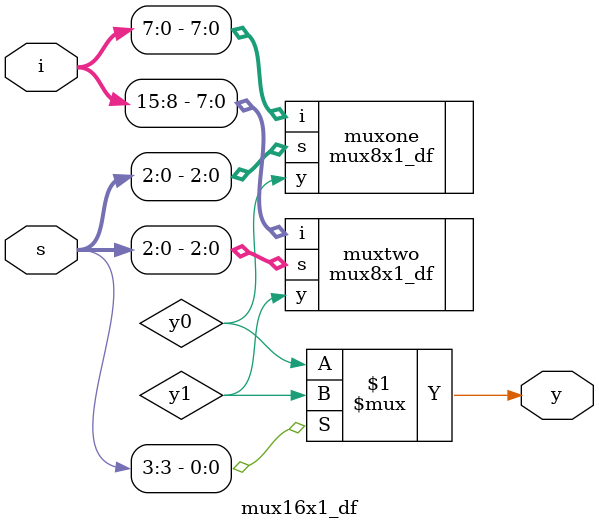
<source format=v>
module mux16x1_df(i,s,y);
input [15:0]i;
input [3:0]s;
output wire y;
wire y0,y1,o1,o2;
mux8x1_df muxone(.i(i[7:0]),.s(s[2:0]),.y(y0));
mux8x1_df muxtwo(.i(i[15:8]),.s(s[2:0]),.y(y1));
assign y = s[3]? y1:y0;
endmodule


</source>
